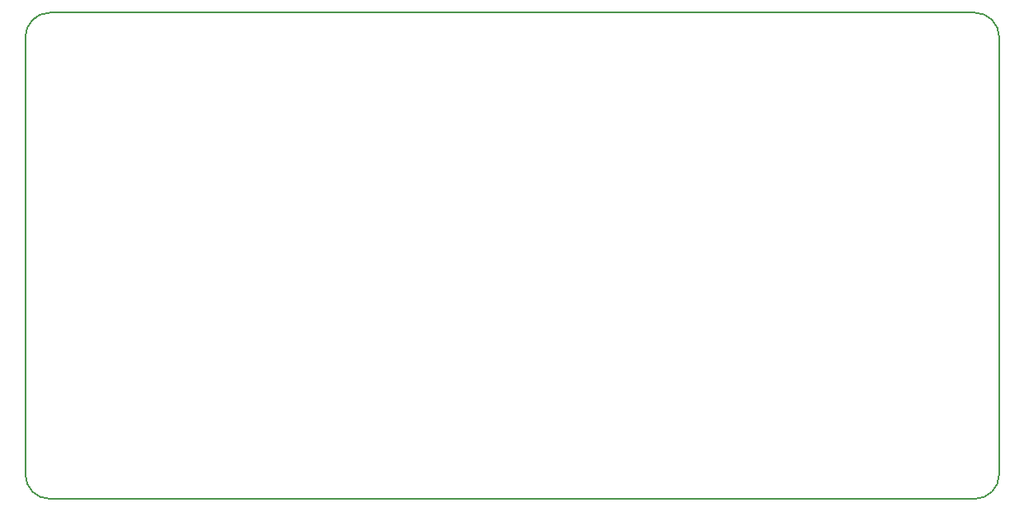
<source format=gm1>
G04 #@! TF.GenerationSoftware,KiCad,Pcbnew,(5.1.10)-1*
G04 #@! TF.CreationDate,2023-08-02T14:35:23+03:00*
G04 #@! TF.ProjectId,boost_conv,626f6f73-745f-4636-9f6e-762e6b696361,rev?*
G04 #@! TF.SameCoordinates,Original*
G04 #@! TF.FileFunction,Profile,NP*
%FSLAX46Y46*%
G04 Gerber Fmt 4.6, Leading zero omitted, Abs format (unit mm)*
G04 Created by KiCad (PCBNEW (5.1.10)-1) date 2023-08-02 14:35:23*
%MOMM*%
%LPD*%
G01*
G04 APERTURE LIST*
G04 #@! TA.AperFunction,Profile*
%ADD10C,0.200000*%
G04 #@! TD*
G04 APERTURE END LIST*
D10*
X165557001Y-102575599D02*
X70557000Y-102575599D01*
X68057000Y-105075600D02*
X68057000Y-150075599D01*
X168057000Y-150075599D02*
G75*
G02*
X165557000Y-152575599I-2500000J0D01*
G01*
X165557001Y-102575599D02*
G75*
G02*
X168057000Y-105075600I-1J-2500000D01*
G01*
X168057000Y-150075599D02*
X168057000Y-105075600D01*
X70557000Y-152575599D02*
G75*
G02*
X68057000Y-150075599I0J2500000D01*
G01*
X68057000Y-105075599D02*
G75*
G02*
X70557000Y-102575599I2500000J0D01*
G01*
X70557000Y-152575599D02*
X165557000Y-152575599D01*
M02*

</source>
